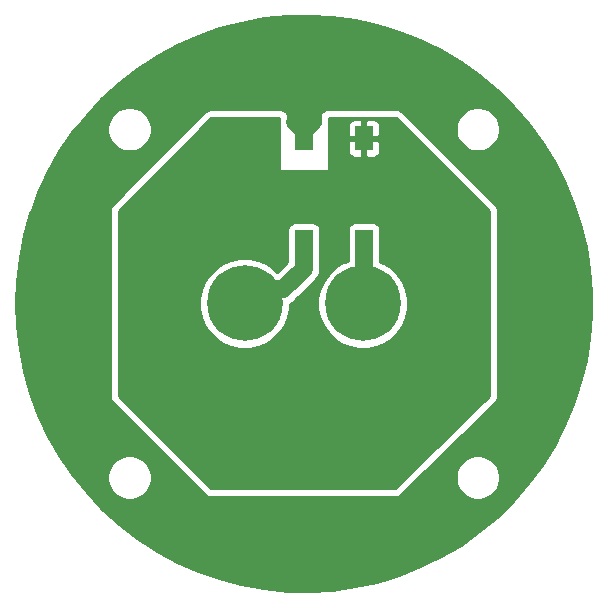
<source format=gbr>
%TF.GenerationSoftware,KiCad,Pcbnew,(5.1.9-0-10_14)*%
%TF.CreationDate,2021-06-06T22:43:36+01:00*%
%TF.ProjectId,gu10-12v-lamp,67753130-2d31-4327-962d-6c616d702e6b,rev?*%
%TF.SameCoordinates,Original*%
%TF.FileFunction,Copper,L2,Bot*%
%TF.FilePolarity,Positive*%
%FSLAX46Y46*%
G04 Gerber Fmt 4.6, Leading zero omitted, Abs format (unit mm)*
G04 Created by KiCad (PCBNEW (5.1.9-0-10_14)) date 2021-06-06 22:43:36*
%MOMM*%
%LPD*%
G01*
G04 APERTURE LIST*
%TA.AperFunction,ComponentPad*%
%ADD10C,0.800000*%
%TD*%
%TA.AperFunction,ComponentPad*%
%ADD11C,6.400000*%
%TD*%
%TA.AperFunction,SMDPad,CuDef*%
%ADD12R,1.500000X2.000000*%
%TD*%
%TA.AperFunction,ViaPad*%
%ADD13C,0.800000*%
%TD*%
%TA.AperFunction,Conductor*%
%ADD14C,1.500000*%
%TD*%
%TA.AperFunction,Conductor*%
%ADD15C,0.254000*%
%TD*%
%TA.AperFunction,Conductor*%
%ADD16C,0.100000*%
%TD*%
G04 APERTURE END LIST*
D10*
%TO.P,H2,1*%
%TO.N,Net-(D1-Pad3)*%
X156697056Y-98302944D03*
X155000000Y-97600000D03*
X153302944Y-98302944D03*
X152600000Y-100000000D03*
X153302944Y-101697056D03*
X155000000Y-102400000D03*
X156697056Y-101697056D03*
X157400000Y-100000000D03*
D11*
X155000000Y-100000000D03*
%TD*%
D10*
%TO.P,H1,1*%
%TO.N,Net-(D1-Pad4)*%
X146697056Y-98302944D03*
X145000000Y-97600000D03*
X143302944Y-98302944D03*
X142600000Y-100000000D03*
X143302944Y-101697056D03*
X145000000Y-102400000D03*
X146697056Y-101697056D03*
X147400000Y-100000000D03*
D11*
X145000000Y-100000000D03*
%TD*%
D12*
%TO.P,D1,4*%
%TO.N,Net-(D1-Pad4)*%
X150000000Y-94770000D03*
%TO.P,D1,3*%
%TO.N,Net-(D1-Pad3)*%
X155100000Y-94770000D03*
%TO.P,D1,2*%
%TO.N,GND*%
X155100000Y-86030000D03*
%TO.P,D1,1*%
%TO.N,+12V*%
X150000000Y-86030000D03*
%TD*%
D13*
%TO.N,GND*%
X154060000Y-88490000D03*
X155060000Y-88490000D03*
X156060000Y-88490000D03*
X157260000Y-87170000D03*
X158160000Y-86670000D03*
X158160000Y-85670000D03*
X157260000Y-86170000D03*
X157260000Y-85170000D03*
X160200000Y-92000000D03*
X161100000Y-90500000D03*
X158400000Y-90000000D03*
X162000000Y-91000000D03*
X162000000Y-90000000D03*
X158400000Y-92000000D03*
X158400000Y-91000000D03*
X160200000Y-90000000D03*
X161100000Y-91500000D03*
X159300000Y-91500000D03*
X160200000Y-91000000D03*
X159300000Y-90500000D03*
X138000000Y-108100000D03*
X139800000Y-108100000D03*
X138900000Y-109600000D03*
X141600000Y-110100000D03*
X138000000Y-109100000D03*
X138000000Y-110100000D03*
X141600000Y-108100000D03*
X141600000Y-109100000D03*
X139800000Y-110100000D03*
X138900000Y-108600000D03*
X140700000Y-108600000D03*
X139800000Y-109100000D03*
X140700000Y-109600000D03*
%TO.N,+12V*%
X151500000Y-119000000D03*
X148800000Y-118500000D03*
X149700000Y-117000000D03*
X151500000Y-118000000D03*
X149700000Y-118000000D03*
X147900000Y-119000000D03*
X147900000Y-117000000D03*
X150600000Y-117500000D03*
X147900000Y-118000000D03*
X151500000Y-117000000D03*
X148800000Y-117500000D03*
X150600000Y-118500000D03*
X149700000Y-119000000D03*
X131400000Y-99500000D03*
X130900000Y-98600000D03*
X130400000Y-99500000D03*
X131400000Y-101300000D03*
X131900000Y-100400000D03*
X129900000Y-100400000D03*
X129900000Y-98600000D03*
X131900000Y-102200000D03*
X129900000Y-102200000D03*
X130400000Y-101300000D03*
X131900000Y-98600000D03*
X130900000Y-100400000D03*
X130900000Y-102200000D03*
X168450000Y-100900000D03*
X168950000Y-101800000D03*
X169450000Y-100900000D03*
X168450000Y-99100000D03*
X167950000Y-100000000D03*
X169950000Y-100000000D03*
X169950000Y-101800000D03*
X167950000Y-98200000D03*
X169950000Y-98200000D03*
X169450000Y-99100000D03*
X167950000Y-101800000D03*
X168950000Y-100000000D03*
X168950000Y-98200000D03*
X151800000Y-83100000D03*
X150000000Y-83100000D03*
X150900000Y-81600000D03*
X148200000Y-81100000D03*
X151800000Y-82100000D03*
X151800000Y-81100000D03*
X148200000Y-83100000D03*
X148200000Y-82100000D03*
X150000000Y-81100000D03*
X150900000Y-82600000D03*
X149100000Y-82600000D03*
X150000000Y-82100000D03*
X149100000Y-81600000D03*
%TO.N,GND*%
X141900000Y-92300000D03*
X140100000Y-92300000D03*
X141000000Y-90800000D03*
X138300000Y-90300000D03*
X141900000Y-91300000D03*
X141900000Y-90300000D03*
X138300000Y-92300000D03*
X138300000Y-91300000D03*
X140100000Y-90300000D03*
X141000000Y-91800000D03*
X139200000Y-91800000D03*
X140100000Y-91300000D03*
X139200000Y-90800000D03*
X162000000Y-110100000D03*
X160200000Y-110100000D03*
X161100000Y-108600000D03*
X158400000Y-108100000D03*
X162000000Y-109100000D03*
X162000000Y-108100000D03*
X158400000Y-110100000D03*
X158400000Y-109100000D03*
X160200000Y-108100000D03*
X161100000Y-109600000D03*
X159300000Y-109600000D03*
X160200000Y-109100000D03*
X159300000Y-108600000D03*
X155200000Y-105200000D03*
X155200000Y-104200000D03*
X155200000Y-106200000D03*
X157000000Y-104200000D03*
X156100000Y-104700000D03*
X154300000Y-104700000D03*
X156100000Y-105700000D03*
X153400000Y-105200000D03*
X153400000Y-104200000D03*
X153400000Y-106200000D03*
X154300000Y-105700000D03*
X157000000Y-105200000D03*
X157000000Y-106200000D03*
X146600000Y-93800000D03*
X146600000Y-94800000D03*
X146600000Y-95800000D03*
X145700000Y-95300000D03*
X145700000Y-94300000D03*
X144800000Y-93800000D03*
X144800000Y-94800000D03*
X144800000Y-95800000D03*
X143000000Y-94800000D03*
X143000000Y-93800000D03*
X143000000Y-95800000D03*
X143900000Y-94300000D03*
X143900000Y-95300000D03*
X162000000Y-92000000D03*
%TD*%
D14*
%TO.N,+12V*%
X150000000Y-85341039D02*
X149263150Y-84604189D01*
X150000000Y-86030000D02*
X150000000Y-85341039D01*
X150000000Y-85425506D02*
X150733650Y-84691856D01*
X150000000Y-86030000D02*
X150000000Y-85425506D01*
X150000000Y-86030000D02*
X150000000Y-82100000D01*
%TO.N,Net-(D1-Pad4)*%
X150000000Y-94770000D02*
X150000000Y-94850000D01*
X148250000Y-98800000D02*
X146700000Y-98800000D01*
X150000000Y-97050000D02*
X148250000Y-98800000D01*
X150000000Y-94770000D02*
X150000000Y-97050000D01*
%TO.N,Net-(D1-Pad3)*%
X155100000Y-94770000D02*
X155100000Y-98400000D01*
%TD*%
D15*
%TO.N,+12V*%
X152417822Y-75760294D02*
X154336027Y-76029016D01*
X156226819Y-76449290D01*
X158078243Y-77018460D01*
X159878594Y-77732926D01*
X161616489Y-78588171D01*
X163280940Y-79578790D01*
X164861426Y-80698517D01*
X166347952Y-81940275D01*
X167731122Y-83296212D01*
X169002190Y-84757756D01*
X170153120Y-86315667D01*
X171176635Y-87960094D01*
X172066265Y-89680641D01*
X172816385Y-91466431D01*
X173422252Y-93306172D01*
X173880036Y-95188234D01*
X174186843Y-97100718D01*
X174340733Y-99031532D01*
X174340733Y-100968468D01*
X174186843Y-102899282D01*
X173880036Y-104811766D01*
X173422252Y-106693828D01*
X172816385Y-108533569D01*
X172066265Y-110319359D01*
X171176635Y-112039906D01*
X170153120Y-113684333D01*
X169002190Y-115242244D01*
X167731122Y-116703788D01*
X166347952Y-118059725D01*
X164861426Y-119301483D01*
X163280940Y-120421210D01*
X161616489Y-121411829D01*
X159878594Y-122267074D01*
X158078243Y-122981540D01*
X156226819Y-123550710D01*
X154336027Y-123970984D01*
X152417822Y-124239706D01*
X150484330Y-124355177D01*
X148547776Y-124316666D01*
X146620404Y-124124418D01*
X144714398Y-123779647D01*
X142841810Y-123284534D01*
X141014478Y-122642208D01*
X139243955Y-121856731D01*
X137541436Y-120933069D01*
X135917683Y-119877061D01*
X134382964Y-118695384D01*
X132946981Y-117395509D01*
X131618812Y-115985654D01*
X130478736Y-114564344D01*
X133365000Y-114564344D01*
X133365000Y-114935656D01*
X133437439Y-115299834D01*
X133579534Y-115642882D01*
X133785825Y-115951618D01*
X134048382Y-116214175D01*
X134357118Y-116420466D01*
X134700166Y-116562561D01*
X135064344Y-116635000D01*
X135435656Y-116635000D01*
X135799834Y-116562561D01*
X136142882Y-116420466D01*
X136451618Y-116214175D01*
X136714175Y-115951618D01*
X136920466Y-115642882D01*
X137062561Y-115299834D01*
X137135000Y-114935656D01*
X137135000Y-114564344D01*
X137062561Y-114200166D01*
X136920466Y-113857118D01*
X136714175Y-113548382D01*
X136451618Y-113285825D01*
X136142882Y-113079534D01*
X135799834Y-112937439D01*
X135435656Y-112865000D01*
X135064344Y-112865000D01*
X134700166Y-112937439D01*
X134357118Y-113079534D01*
X134048382Y-113285825D01*
X133785825Y-113548382D01*
X133579534Y-113857118D01*
X133437439Y-114200166D01*
X133365000Y-114564344D01*
X130478736Y-114564344D01*
X130406855Y-114474732D01*
X129318772Y-112872297D01*
X128361443Y-111188478D01*
X127540919Y-109433923D01*
X126862389Y-107619723D01*
X126330143Y-105757349D01*
X125947545Y-103858575D01*
X125717014Y-101935405D01*
X125640008Y-100000000D01*
X125717014Y-98064595D01*
X125947545Y-96141425D01*
X126330143Y-94242651D01*
X126862389Y-92380277D01*
X126967215Y-92100000D01*
X133565000Y-92100000D01*
X133565000Y-107900000D01*
X133577201Y-108023882D01*
X133613336Y-108143004D01*
X133672017Y-108252787D01*
X133750987Y-108349013D01*
X141650987Y-116249013D01*
X141747213Y-116327983D01*
X141856996Y-116386664D01*
X141976118Y-116422799D01*
X142100000Y-116435000D01*
X157800000Y-116435000D01*
X157919963Y-116423565D01*
X158039310Y-116388180D01*
X158149460Y-116330192D01*
X158246180Y-116251828D01*
X159955024Y-114564344D01*
X162865000Y-114564344D01*
X162865000Y-114935656D01*
X162937439Y-115299834D01*
X163079534Y-115642882D01*
X163285825Y-115951618D01*
X163548382Y-116214175D01*
X163857118Y-116420466D01*
X164200166Y-116562561D01*
X164564344Y-116635000D01*
X164935656Y-116635000D01*
X165299834Y-116562561D01*
X165642882Y-116420466D01*
X165951618Y-116214175D01*
X166214175Y-115951618D01*
X166420466Y-115642882D01*
X166562561Y-115299834D01*
X166635000Y-114935656D01*
X166635000Y-114564344D01*
X166562561Y-114200166D01*
X166420466Y-113857118D01*
X166214175Y-113548382D01*
X165951618Y-113285825D01*
X165642882Y-113079534D01*
X165299834Y-112937439D01*
X164935656Y-112865000D01*
X164564344Y-112865000D01*
X164200166Y-112937439D01*
X163857118Y-113079534D01*
X163548382Y-113285825D01*
X163285825Y-113548382D01*
X163079534Y-113857118D01*
X162937439Y-114200166D01*
X162865000Y-114564344D01*
X159955024Y-114564344D01*
X166246180Y-108351828D01*
X166327983Y-108252787D01*
X166386664Y-108143004D01*
X166422799Y-108023882D01*
X166435000Y-107900000D01*
X166435000Y-92100000D01*
X166422799Y-91976118D01*
X166386664Y-91856996D01*
X166327983Y-91747213D01*
X166249013Y-91650987D01*
X159662370Y-85064344D01*
X162865000Y-85064344D01*
X162865000Y-85435656D01*
X162937439Y-85799834D01*
X163079534Y-86142882D01*
X163285825Y-86451618D01*
X163548382Y-86714175D01*
X163857118Y-86920466D01*
X164200166Y-87062561D01*
X164564344Y-87135000D01*
X164935656Y-87135000D01*
X165299834Y-87062561D01*
X165642882Y-86920466D01*
X165951618Y-86714175D01*
X166214175Y-86451618D01*
X166420466Y-86142882D01*
X166562561Y-85799834D01*
X166635000Y-85435656D01*
X166635000Y-85064344D01*
X166562561Y-84700166D01*
X166420466Y-84357118D01*
X166214175Y-84048382D01*
X165951618Y-83785825D01*
X165642882Y-83579534D01*
X165299834Y-83437439D01*
X164935656Y-83365000D01*
X164564344Y-83365000D01*
X164200166Y-83437439D01*
X163857118Y-83579534D01*
X163548382Y-83785825D01*
X163285825Y-84048382D01*
X163079534Y-84357118D01*
X162937439Y-84700166D01*
X162865000Y-85064344D01*
X159662370Y-85064344D01*
X158349013Y-83750987D01*
X158252787Y-83672017D01*
X158143004Y-83613336D01*
X158023882Y-83577201D01*
X157900000Y-83565000D01*
X151975000Y-83565000D01*
X151847660Y-83577899D01*
X151728741Y-83614696D01*
X151619285Y-83673985D01*
X151523500Y-83753489D01*
X151445065Y-83850152D01*
X151386996Y-83960259D01*
X151351523Y-84079579D01*
X151340010Y-84203528D01*
X151343315Y-84798389D01*
X151339502Y-84785820D01*
X151280537Y-84675506D01*
X151201185Y-84578815D01*
X151104494Y-84499463D01*
X150994180Y-84440498D01*
X150874482Y-84404188D01*
X150750000Y-84391928D01*
X149250000Y-84391928D01*
X149125518Y-84404188D01*
X149005820Y-84440498D01*
X148895506Y-84499463D01*
X148798815Y-84578815D01*
X148719463Y-84675506D01*
X148663236Y-84780698D01*
X148659990Y-84196472D01*
X148647799Y-84076118D01*
X148611664Y-83956996D01*
X148552983Y-83847213D01*
X148474013Y-83750987D01*
X148377787Y-83672017D01*
X148268004Y-83613336D01*
X148148882Y-83577201D01*
X148025000Y-83565000D01*
X142100000Y-83565000D01*
X141976118Y-83577201D01*
X141856996Y-83613336D01*
X141747213Y-83672017D01*
X141650987Y-83750987D01*
X133750987Y-91650987D01*
X133672017Y-91747213D01*
X133613336Y-91856996D01*
X133577201Y-91976118D01*
X133565000Y-92100000D01*
X126967215Y-92100000D01*
X127540919Y-90566077D01*
X128361443Y-88811522D01*
X129318772Y-87127703D01*
X130406855Y-85525268D01*
X130776576Y-85064344D01*
X133365000Y-85064344D01*
X133365000Y-85435656D01*
X133437439Y-85799834D01*
X133579534Y-86142882D01*
X133785825Y-86451618D01*
X134048382Y-86714175D01*
X134357118Y-86920466D01*
X134700166Y-87062561D01*
X135064344Y-87135000D01*
X135435656Y-87135000D01*
X135799834Y-87062561D01*
X136142882Y-86920466D01*
X136451618Y-86714175D01*
X136714175Y-86451618D01*
X136920466Y-86142882D01*
X137062561Y-85799834D01*
X137135000Y-85435656D01*
X137135000Y-85064344D01*
X137062561Y-84700166D01*
X136920466Y-84357118D01*
X136714175Y-84048382D01*
X136451618Y-83785825D01*
X136142882Y-83579534D01*
X135799834Y-83437439D01*
X135435656Y-83365000D01*
X135064344Y-83365000D01*
X134700166Y-83437439D01*
X134357118Y-83579534D01*
X134048382Y-83785825D01*
X133785825Y-84048382D01*
X133579534Y-84357118D01*
X133437439Y-84700166D01*
X133365000Y-85064344D01*
X130776576Y-85064344D01*
X131618812Y-84014346D01*
X132946981Y-82604491D01*
X134382964Y-81304616D01*
X135917683Y-80122939D01*
X137541436Y-79066931D01*
X139243955Y-78143269D01*
X141014478Y-77357792D01*
X142841810Y-76715466D01*
X144714398Y-76220353D01*
X146620404Y-75875582D01*
X148547776Y-75683334D01*
X150484330Y-75644823D01*
X152417822Y-75760294D01*
%TA.AperFunction,Conductor*%
D16*
G36*
X152417822Y-75760294D02*
G01*
X154336027Y-76029016D01*
X156226819Y-76449290D01*
X158078243Y-77018460D01*
X159878594Y-77732926D01*
X161616489Y-78588171D01*
X163280940Y-79578790D01*
X164861426Y-80698517D01*
X166347952Y-81940275D01*
X167731122Y-83296212D01*
X169002190Y-84757756D01*
X170153120Y-86315667D01*
X171176635Y-87960094D01*
X172066265Y-89680641D01*
X172816385Y-91466431D01*
X173422252Y-93306172D01*
X173880036Y-95188234D01*
X174186843Y-97100718D01*
X174340733Y-99031532D01*
X174340733Y-100968468D01*
X174186843Y-102899282D01*
X173880036Y-104811766D01*
X173422252Y-106693828D01*
X172816385Y-108533569D01*
X172066265Y-110319359D01*
X171176635Y-112039906D01*
X170153120Y-113684333D01*
X169002190Y-115242244D01*
X167731122Y-116703788D01*
X166347952Y-118059725D01*
X164861426Y-119301483D01*
X163280940Y-120421210D01*
X161616489Y-121411829D01*
X159878594Y-122267074D01*
X158078243Y-122981540D01*
X156226819Y-123550710D01*
X154336027Y-123970984D01*
X152417822Y-124239706D01*
X150484330Y-124355177D01*
X148547776Y-124316666D01*
X146620404Y-124124418D01*
X144714398Y-123779647D01*
X142841810Y-123284534D01*
X141014478Y-122642208D01*
X139243955Y-121856731D01*
X137541436Y-120933069D01*
X135917683Y-119877061D01*
X134382964Y-118695384D01*
X132946981Y-117395509D01*
X131618812Y-115985654D01*
X130478736Y-114564344D01*
X133365000Y-114564344D01*
X133365000Y-114935656D01*
X133437439Y-115299834D01*
X133579534Y-115642882D01*
X133785825Y-115951618D01*
X134048382Y-116214175D01*
X134357118Y-116420466D01*
X134700166Y-116562561D01*
X135064344Y-116635000D01*
X135435656Y-116635000D01*
X135799834Y-116562561D01*
X136142882Y-116420466D01*
X136451618Y-116214175D01*
X136714175Y-115951618D01*
X136920466Y-115642882D01*
X137062561Y-115299834D01*
X137135000Y-114935656D01*
X137135000Y-114564344D01*
X137062561Y-114200166D01*
X136920466Y-113857118D01*
X136714175Y-113548382D01*
X136451618Y-113285825D01*
X136142882Y-113079534D01*
X135799834Y-112937439D01*
X135435656Y-112865000D01*
X135064344Y-112865000D01*
X134700166Y-112937439D01*
X134357118Y-113079534D01*
X134048382Y-113285825D01*
X133785825Y-113548382D01*
X133579534Y-113857118D01*
X133437439Y-114200166D01*
X133365000Y-114564344D01*
X130478736Y-114564344D01*
X130406855Y-114474732D01*
X129318772Y-112872297D01*
X128361443Y-111188478D01*
X127540919Y-109433923D01*
X126862389Y-107619723D01*
X126330143Y-105757349D01*
X125947545Y-103858575D01*
X125717014Y-101935405D01*
X125640008Y-100000000D01*
X125717014Y-98064595D01*
X125947545Y-96141425D01*
X126330143Y-94242651D01*
X126862389Y-92380277D01*
X126967215Y-92100000D01*
X133565000Y-92100000D01*
X133565000Y-107900000D01*
X133577201Y-108023882D01*
X133613336Y-108143004D01*
X133672017Y-108252787D01*
X133750987Y-108349013D01*
X141650987Y-116249013D01*
X141747213Y-116327983D01*
X141856996Y-116386664D01*
X141976118Y-116422799D01*
X142100000Y-116435000D01*
X157800000Y-116435000D01*
X157919963Y-116423565D01*
X158039310Y-116388180D01*
X158149460Y-116330192D01*
X158246180Y-116251828D01*
X159955024Y-114564344D01*
X162865000Y-114564344D01*
X162865000Y-114935656D01*
X162937439Y-115299834D01*
X163079534Y-115642882D01*
X163285825Y-115951618D01*
X163548382Y-116214175D01*
X163857118Y-116420466D01*
X164200166Y-116562561D01*
X164564344Y-116635000D01*
X164935656Y-116635000D01*
X165299834Y-116562561D01*
X165642882Y-116420466D01*
X165951618Y-116214175D01*
X166214175Y-115951618D01*
X166420466Y-115642882D01*
X166562561Y-115299834D01*
X166635000Y-114935656D01*
X166635000Y-114564344D01*
X166562561Y-114200166D01*
X166420466Y-113857118D01*
X166214175Y-113548382D01*
X165951618Y-113285825D01*
X165642882Y-113079534D01*
X165299834Y-112937439D01*
X164935656Y-112865000D01*
X164564344Y-112865000D01*
X164200166Y-112937439D01*
X163857118Y-113079534D01*
X163548382Y-113285825D01*
X163285825Y-113548382D01*
X163079534Y-113857118D01*
X162937439Y-114200166D01*
X162865000Y-114564344D01*
X159955024Y-114564344D01*
X166246180Y-108351828D01*
X166327983Y-108252787D01*
X166386664Y-108143004D01*
X166422799Y-108023882D01*
X166435000Y-107900000D01*
X166435000Y-92100000D01*
X166422799Y-91976118D01*
X166386664Y-91856996D01*
X166327983Y-91747213D01*
X166249013Y-91650987D01*
X159662370Y-85064344D01*
X162865000Y-85064344D01*
X162865000Y-85435656D01*
X162937439Y-85799834D01*
X163079534Y-86142882D01*
X163285825Y-86451618D01*
X163548382Y-86714175D01*
X163857118Y-86920466D01*
X164200166Y-87062561D01*
X164564344Y-87135000D01*
X164935656Y-87135000D01*
X165299834Y-87062561D01*
X165642882Y-86920466D01*
X165951618Y-86714175D01*
X166214175Y-86451618D01*
X166420466Y-86142882D01*
X166562561Y-85799834D01*
X166635000Y-85435656D01*
X166635000Y-85064344D01*
X166562561Y-84700166D01*
X166420466Y-84357118D01*
X166214175Y-84048382D01*
X165951618Y-83785825D01*
X165642882Y-83579534D01*
X165299834Y-83437439D01*
X164935656Y-83365000D01*
X164564344Y-83365000D01*
X164200166Y-83437439D01*
X163857118Y-83579534D01*
X163548382Y-83785825D01*
X163285825Y-84048382D01*
X163079534Y-84357118D01*
X162937439Y-84700166D01*
X162865000Y-85064344D01*
X159662370Y-85064344D01*
X158349013Y-83750987D01*
X158252787Y-83672017D01*
X158143004Y-83613336D01*
X158023882Y-83577201D01*
X157900000Y-83565000D01*
X151975000Y-83565000D01*
X151847660Y-83577899D01*
X151728741Y-83614696D01*
X151619285Y-83673985D01*
X151523500Y-83753489D01*
X151445065Y-83850152D01*
X151386996Y-83960259D01*
X151351523Y-84079579D01*
X151340010Y-84203528D01*
X151343315Y-84798389D01*
X151339502Y-84785820D01*
X151280537Y-84675506D01*
X151201185Y-84578815D01*
X151104494Y-84499463D01*
X150994180Y-84440498D01*
X150874482Y-84404188D01*
X150750000Y-84391928D01*
X149250000Y-84391928D01*
X149125518Y-84404188D01*
X149005820Y-84440498D01*
X148895506Y-84499463D01*
X148798815Y-84578815D01*
X148719463Y-84675506D01*
X148663236Y-84780698D01*
X148659990Y-84196472D01*
X148647799Y-84076118D01*
X148611664Y-83956996D01*
X148552983Y-83847213D01*
X148474013Y-83750987D01*
X148377787Y-83672017D01*
X148268004Y-83613336D01*
X148148882Y-83577201D01*
X148025000Y-83565000D01*
X142100000Y-83565000D01*
X141976118Y-83577201D01*
X141856996Y-83613336D01*
X141747213Y-83672017D01*
X141650987Y-83750987D01*
X133750987Y-91650987D01*
X133672017Y-91747213D01*
X133613336Y-91856996D01*
X133577201Y-91976118D01*
X133565000Y-92100000D01*
X126967215Y-92100000D01*
X127540919Y-90566077D01*
X128361443Y-88811522D01*
X129318772Y-87127703D01*
X130406855Y-85525268D01*
X130776576Y-85064344D01*
X133365000Y-85064344D01*
X133365000Y-85435656D01*
X133437439Y-85799834D01*
X133579534Y-86142882D01*
X133785825Y-86451618D01*
X134048382Y-86714175D01*
X134357118Y-86920466D01*
X134700166Y-87062561D01*
X135064344Y-87135000D01*
X135435656Y-87135000D01*
X135799834Y-87062561D01*
X136142882Y-86920466D01*
X136451618Y-86714175D01*
X136714175Y-86451618D01*
X136920466Y-86142882D01*
X137062561Y-85799834D01*
X137135000Y-85435656D01*
X137135000Y-85064344D01*
X137062561Y-84700166D01*
X136920466Y-84357118D01*
X136714175Y-84048382D01*
X136451618Y-83785825D01*
X136142882Y-83579534D01*
X135799834Y-83437439D01*
X135435656Y-83365000D01*
X135064344Y-83365000D01*
X134700166Y-83437439D01*
X134357118Y-83579534D01*
X134048382Y-83785825D01*
X133785825Y-84048382D01*
X133579534Y-84357118D01*
X133437439Y-84700166D01*
X133365000Y-85064344D01*
X130776576Y-85064344D01*
X131618812Y-84014346D01*
X132946981Y-82604491D01*
X134382964Y-81304616D01*
X135917683Y-80122939D01*
X137541436Y-79066931D01*
X139243955Y-78143269D01*
X141014478Y-77357792D01*
X142841810Y-76715466D01*
X144714398Y-76220353D01*
X146620404Y-75875582D01*
X148547776Y-75683334D01*
X150484330Y-75644823D01*
X152417822Y-75760294D01*
G37*
%TD.AperFunction*%
%TD*%
D15*
%TO.N,GND*%
X147898726Y-84330916D02*
X147898190Y-84332682D01*
X147871450Y-84604189D01*
X147898190Y-84875696D01*
X147901819Y-84887658D01*
X147923002Y-88700706D01*
X147925580Y-88725468D01*
X147932939Y-88749252D01*
X147944797Y-88771143D01*
X147960698Y-88790300D01*
X147980030Y-88805987D01*
X148002052Y-88817601D01*
X148025916Y-88824695D01*
X148050000Y-88827000D01*
X152000000Y-88827000D01*
X152024776Y-88824560D01*
X152048601Y-88817333D01*
X152070557Y-88805597D01*
X152089803Y-88789803D01*
X152105597Y-88770557D01*
X152117333Y-88748601D01*
X152124560Y-88724776D01*
X152126998Y-88699294D01*
X152117725Y-87030000D01*
X153711928Y-87030000D01*
X153724188Y-87154482D01*
X153760498Y-87274180D01*
X153819463Y-87384494D01*
X153898815Y-87481185D01*
X153995506Y-87560537D01*
X154105820Y-87619502D01*
X154225518Y-87655812D01*
X154350000Y-87668072D01*
X154814250Y-87665000D01*
X154973000Y-87506250D01*
X154973000Y-86157000D01*
X155227000Y-86157000D01*
X155227000Y-87506250D01*
X155385750Y-87665000D01*
X155850000Y-87668072D01*
X155974482Y-87655812D01*
X156094180Y-87619502D01*
X156204494Y-87560537D01*
X156301185Y-87481185D01*
X156380537Y-87384494D01*
X156439502Y-87274180D01*
X156475812Y-87154482D01*
X156488072Y-87030000D01*
X156485000Y-86315750D01*
X156326250Y-86157000D01*
X155227000Y-86157000D01*
X154973000Y-86157000D01*
X153873750Y-86157000D01*
X153715000Y-86315750D01*
X153711928Y-87030000D01*
X152117725Y-87030000D01*
X152106613Y-85030000D01*
X153711928Y-85030000D01*
X153715000Y-85744250D01*
X153873750Y-85903000D01*
X154973000Y-85903000D01*
X154973000Y-84553750D01*
X155227000Y-84553750D01*
X155227000Y-85903000D01*
X156326250Y-85903000D01*
X156485000Y-85744250D01*
X156488072Y-85030000D01*
X156475812Y-84905518D01*
X156439502Y-84785820D01*
X156380537Y-84675506D01*
X156301185Y-84578815D01*
X156204494Y-84499463D01*
X156094180Y-84440498D01*
X155974482Y-84404188D01*
X155850000Y-84391928D01*
X155385750Y-84395000D01*
X155227000Y-84553750D01*
X154973000Y-84553750D01*
X154814250Y-84395000D01*
X154350000Y-84391928D01*
X154225518Y-84404188D01*
X154105820Y-84440498D01*
X153995506Y-84499463D01*
X153898815Y-84578815D01*
X153819463Y-84675506D01*
X153760498Y-84785820D01*
X153724188Y-84905518D01*
X153711928Y-85030000D01*
X152106613Y-85030000D01*
X152105835Y-84890005D01*
X152125350Y-84691856D01*
X152103502Y-84470016D01*
X152102707Y-84327000D01*
X157847394Y-84327000D01*
X165673000Y-92152606D01*
X165673000Y-107846926D01*
X157747862Y-115673000D01*
X142152606Y-115673000D01*
X134327000Y-107847394D01*
X134327000Y-99622285D01*
X141165000Y-99622285D01*
X141165000Y-100377715D01*
X141312377Y-101118628D01*
X141601467Y-101816554D01*
X142021161Y-102444670D01*
X142555330Y-102978839D01*
X143183446Y-103398533D01*
X143881372Y-103687623D01*
X144622285Y-103835000D01*
X145377715Y-103835000D01*
X146118628Y-103687623D01*
X146816554Y-103398533D01*
X147444670Y-102978839D01*
X147978839Y-102444670D01*
X148398533Y-101816554D01*
X148687623Y-101118628D01*
X148835000Y-100377715D01*
X148835000Y-100057745D01*
X149023188Y-99957157D01*
X149234081Y-99784081D01*
X149277454Y-99731231D01*
X149386400Y-99622285D01*
X151165000Y-99622285D01*
X151165000Y-100377715D01*
X151312377Y-101118628D01*
X151601467Y-101816554D01*
X152021161Y-102444670D01*
X152555330Y-102978839D01*
X153183446Y-103398533D01*
X153881372Y-103687623D01*
X154622285Y-103835000D01*
X155377715Y-103835000D01*
X156118628Y-103687623D01*
X156816554Y-103398533D01*
X157444670Y-102978839D01*
X157978839Y-102444670D01*
X158398533Y-101816554D01*
X158687623Y-101118628D01*
X158835000Y-100377715D01*
X158835000Y-99622285D01*
X158687623Y-98881372D01*
X158398533Y-98183446D01*
X157978839Y-97555330D01*
X157444670Y-97021161D01*
X156816554Y-96601467D01*
X156485000Y-96464133D01*
X156485000Y-95801192D01*
X156488072Y-95770000D01*
X156488072Y-93770000D01*
X156475812Y-93645518D01*
X156439502Y-93525820D01*
X156380537Y-93415506D01*
X156301185Y-93318815D01*
X156204494Y-93239463D01*
X156094180Y-93180498D01*
X155974482Y-93144188D01*
X155850000Y-93131928D01*
X154350000Y-93131928D01*
X154225518Y-93144188D01*
X154105820Y-93180498D01*
X153995506Y-93239463D01*
X153898815Y-93318815D01*
X153819463Y-93415506D01*
X153760498Y-93525820D01*
X153724188Y-93645518D01*
X153711928Y-93770000D01*
X153711928Y-95770000D01*
X153715000Y-95801195D01*
X153715000Y-96381290D01*
X153183446Y-96601467D01*
X152555330Y-97021161D01*
X152021161Y-97555330D01*
X151601467Y-98183446D01*
X151312377Y-98881372D01*
X151165000Y-99622285D01*
X149386400Y-99622285D01*
X150931236Y-98077450D01*
X150984081Y-98034081D01*
X151157157Y-97823188D01*
X151285764Y-97582581D01*
X151364960Y-97321507D01*
X151385000Y-97118037D01*
X151385000Y-97118029D01*
X151391700Y-97050000D01*
X151385000Y-96981971D01*
X151385000Y-95801192D01*
X151388072Y-95770000D01*
X151388072Y-93770000D01*
X151375812Y-93645518D01*
X151339502Y-93525820D01*
X151280537Y-93415506D01*
X151201185Y-93318815D01*
X151104494Y-93239463D01*
X150994180Y-93180498D01*
X150874482Y-93144188D01*
X150750000Y-93131928D01*
X149250000Y-93131928D01*
X149125518Y-93144188D01*
X149005820Y-93180498D01*
X148895506Y-93239463D01*
X148798815Y-93318815D01*
X148719463Y-93415506D01*
X148660498Y-93525820D01*
X148624188Y-93645518D01*
X148611928Y-93770000D01*
X148611928Y-95770000D01*
X148615000Y-95801196D01*
X148615001Y-96476314D01*
X147757412Y-97333903D01*
X147444670Y-97021161D01*
X146816554Y-96601467D01*
X146118628Y-96312377D01*
X145377715Y-96165000D01*
X144622285Y-96165000D01*
X143881372Y-96312377D01*
X143183446Y-96601467D01*
X142555330Y-97021161D01*
X142021161Y-97555330D01*
X141601467Y-98183446D01*
X141312377Y-98881372D01*
X141165000Y-99622285D01*
X134327000Y-99622285D01*
X134327000Y-92152606D01*
X142152606Y-84327000D01*
X147898704Y-84327000D01*
X147898726Y-84330916D01*
%TA.AperFunction,Conductor*%
D16*
G36*
X147898726Y-84330916D02*
G01*
X147898190Y-84332682D01*
X147871450Y-84604189D01*
X147898190Y-84875696D01*
X147901819Y-84887658D01*
X147923002Y-88700706D01*
X147925580Y-88725468D01*
X147932939Y-88749252D01*
X147944797Y-88771143D01*
X147960698Y-88790300D01*
X147980030Y-88805987D01*
X148002052Y-88817601D01*
X148025916Y-88824695D01*
X148050000Y-88827000D01*
X152000000Y-88827000D01*
X152024776Y-88824560D01*
X152048601Y-88817333D01*
X152070557Y-88805597D01*
X152089803Y-88789803D01*
X152105597Y-88770557D01*
X152117333Y-88748601D01*
X152124560Y-88724776D01*
X152126998Y-88699294D01*
X152117725Y-87030000D01*
X153711928Y-87030000D01*
X153724188Y-87154482D01*
X153760498Y-87274180D01*
X153819463Y-87384494D01*
X153898815Y-87481185D01*
X153995506Y-87560537D01*
X154105820Y-87619502D01*
X154225518Y-87655812D01*
X154350000Y-87668072D01*
X154814250Y-87665000D01*
X154973000Y-87506250D01*
X154973000Y-86157000D01*
X155227000Y-86157000D01*
X155227000Y-87506250D01*
X155385750Y-87665000D01*
X155850000Y-87668072D01*
X155974482Y-87655812D01*
X156094180Y-87619502D01*
X156204494Y-87560537D01*
X156301185Y-87481185D01*
X156380537Y-87384494D01*
X156439502Y-87274180D01*
X156475812Y-87154482D01*
X156488072Y-87030000D01*
X156485000Y-86315750D01*
X156326250Y-86157000D01*
X155227000Y-86157000D01*
X154973000Y-86157000D01*
X153873750Y-86157000D01*
X153715000Y-86315750D01*
X153711928Y-87030000D01*
X152117725Y-87030000D01*
X152106613Y-85030000D01*
X153711928Y-85030000D01*
X153715000Y-85744250D01*
X153873750Y-85903000D01*
X154973000Y-85903000D01*
X154973000Y-84553750D01*
X155227000Y-84553750D01*
X155227000Y-85903000D01*
X156326250Y-85903000D01*
X156485000Y-85744250D01*
X156488072Y-85030000D01*
X156475812Y-84905518D01*
X156439502Y-84785820D01*
X156380537Y-84675506D01*
X156301185Y-84578815D01*
X156204494Y-84499463D01*
X156094180Y-84440498D01*
X155974482Y-84404188D01*
X155850000Y-84391928D01*
X155385750Y-84395000D01*
X155227000Y-84553750D01*
X154973000Y-84553750D01*
X154814250Y-84395000D01*
X154350000Y-84391928D01*
X154225518Y-84404188D01*
X154105820Y-84440498D01*
X153995506Y-84499463D01*
X153898815Y-84578815D01*
X153819463Y-84675506D01*
X153760498Y-84785820D01*
X153724188Y-84905518D01*
X153711928Y-85030000D01*
X152106613Y-85030000D01*
X152105835Y-84890005D01*
X152125350Y-84691856D01*
X152103502Y-84470016D01*
X152102707Y-84327000D01*
X157847394Y-84327000D01*
X165673000Y-92152606D01*
X165673000Y-107846926D01*
X157747862Y-115673000D01*
X142152606Y-115673000D01*
X134327000Y-107847394D01*
X134327000Y-99622285D01*
X141165000Y-99622285D01*
X141165000Y-100377715D01*
X141312377Y-101118628D01*
X141601467Y-101816554D01*
X142021161Y-102444670D01*
X142555330Y-102978839D01*
X143183446Y-103398533D01*
X143881372Y-103687623D01*
X144622285Y-103835000D01*
X145377715Y-103835000D01*
X146118628Y-103687623D01*
X146816554Y-103398533D01*
X147444670Y-102978839D01*
X147978839Y-102444670D01*
X148398533Y-101816554D01*
X148687623Y-101118628D01*
X148835000Y-100377715D01*
X148835000Y-100057745D01*
X149023188Y-99957157D01*
X149234081Y-99784081D01*
X149277454Y-99731231D01*
X149386400Y-99622285D01*
X151165000Y-99622285D01*
X151165000Y-100377715D01*
X151312377Y-101118628D01*
X151601467Y-101816554D01*
X152021161Y-102444670D01*
X152555330Y-102978839D01*
X153183446Y-103398533D01*
X153881372Y-103687623D01*
X154622285Y-103835000D01*
X155377715Y-103835000D01*
X156118628Y-103687623D01*
X156816554Y-103398533D01*
X157444670Y-102978839D01*
X157978839Y-102444670D01*
X158398533Y-101816554D01*
X158687623Y-101118628D01*
X158835000Y-100377715D01*
X158835000Y-99622285D01*
X158687623Y-98881372D01*
X158398533Y-98183446D01*
X157978839Y-97555330D01*
X157444670Y-97021161D01*
X156816554Y-96601467D01*
X156485000Y-96464133D01*
X156485000Y-95801192D01*
X156488072Y-95770000D01*
X156488072Y-93770000D01*
X156475812Y-93645518D01*
X156439502Y-93525820D01*
X156380537Y-93415506D01*
X156301185Y-93318815D01*
X156204494Y-93239463D01*
X156094180Y-93180498D01*
X155974482Y-93144188D01*
X155850000Y-93131928D01*
X154350000Y-93131928D01*
X154225518Y-93144188D01*
X154105820Y-93180498D01*
X153995506Y-93239463D01*
X153898815Y-93318815D01*
X153819463Y-93415506D01*
X153760498Y-93525820D01*
X153724188Y-93645518D01*
X153711928Y-93770000D01*
X153711928Y-95770000D01*
X153715000Y-95801195D01*
X153715000Y-96381290D01*
X153183446Y-96601467D01*
X152555330Y-97021161D01*
X152021161Y-97555330D01*
X151601467Y-98183446D01*
X151312377Y-98881372D01*
X151165000Y-99622285D01*
X149386400Y-99622285D01*
X150931236Y-98077450D01*
X150984081Y-98034081D01*
X151157157Y-97823188D01*
X151285764Y-97582581D01*
X151364960Y-97321507D01*
X151385000Y-97118037D01*
X151385000Y-97118029D01*
X151391700Y-97050000D01*
X151385000Y-96981971D01*
X151385000Y-95801192D01*
X151388072Y-95770000D01*
X151388072Y-93770000D01*
X151375812Y-93645518D01*
X151339502Y-93525820D01*
X151280537Y-93415506D01*
X151201185Y-93318815D01*
X151104494Y-93239463D01*
X150994180Y-93180498D01*
X150874482Y-93144188D01*
X150750000Y-93131928D01*
X149250000Y-93131928D01*
X149125518Y-93144188D01*
X149005820Y-93180498D01*
X148895506Y-93239463D01*
X148798815Y-93318815D01*
X148719463Y-93415506D01*
X148660498Y-93525820D01*
X148624188Y-93645518D01*
X148611928Y-93770000D01*
X148611928Y-95770000D01*
X148615000Y-95801196D01*
X148615001Y-96476314D01*
X147757412Y-97333903D01*
X147444670Y-97021161D01*
X146816554Y-96601467D01*
X146118628Y-96312377D01*
X145377715Y-96165000D01*
X144622285Y-96165000D01*
X143881372Y-96312377D01*
X143183446Y-96601467D01*
X142555330Y-97021161D01*
X142021161Y-97555330D01*
X141601467Y-98183446D01*
X141312377Y-98881372D01*
X141165000Y-99622285D01*
X134327000Y-99622285D01*
X134327000Y-92152606D01*
X142152606Y-84327000D01*
X147898704Y-84327000D01*
X147898726Y-84330916D01*
G37*
%TD.AperFunction*%
%TD*%
M02*

</source>
